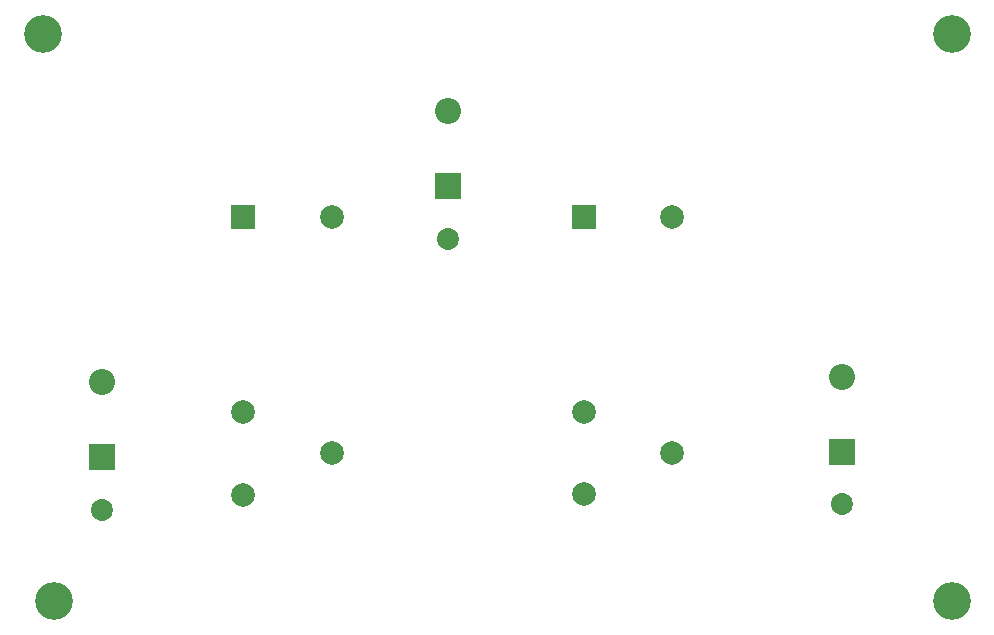
<source format=gbs>
G04 #@! TF.GenerationSoftware,KiCad,Pcbnew,9.0.0*
G04 #@! TF.CreationDate,2025-04-12T14:13:05-05:00*
G04 #@! TF.ProjectId,Charging_PCB,43686172-6769-46e6-975f-5043422e6b69,rev?*
G04 #@! TF.SameCoordinates,Original*
G04 #@! TF.FileFunction,Soldermask,Bot*
G04 #@! TF.FilePolarity,Negative*
%FSLAX46Y46*%
G04 Gerber Fmt 4.6, Leading zero omitted, Abs format (unit mm)*
G04 Created by KiCad (PCBNEW 9.0.0) date 2025-04-12 14:13:05*
%MOMM*%
%LPD*%
G01*
G04 APERTURE LIST*
%ADD10C,1.860000*%
%ADD11R,2.210000X2.210000*%
%ADD12C,2.210000*%
%ADD13C,2.000000*%
%ADD14R,2.000000X2.000000*%
%ADD15C,3.200000*%
G04 APERTURE END LIST*
D10*
X117000000Y-119800000D03*
D11*
X117000000Y-115350000D03*
D12*
X117000000Y-109000000D03*
D13*
X165312500Y-114962500D03*
X157812500Y-111462500D03*
X157812500Y-118462500D03*
D14*
X157812500Y-94962500D03*
D13*
X165312500Y-94962500D03*
X136500000Y-115000000D03*
X129000000Y-111500000D03*
X129000000Y-118500000D03*
D14*
X129000000Y-95000000D03*
D13*
X136500000Y-95000000D03*
D15*
X189000000Y-127500000D03*
D10*
X179677500Y-119300000D03*
D11*
X179677500Y-114850000D03*
D12*
X179677500Y-108500000D03*
D15*
X112000000Y-79500000D03*
D10*
X146365000Y-96837500D03*
D11*
X146365000Y-92387500D03*
D12*
X146365000Y-86037500D03*
D15*
X189000000Y-79500000D03*
X113000000Y-127500000D03*
M02*

</source>
